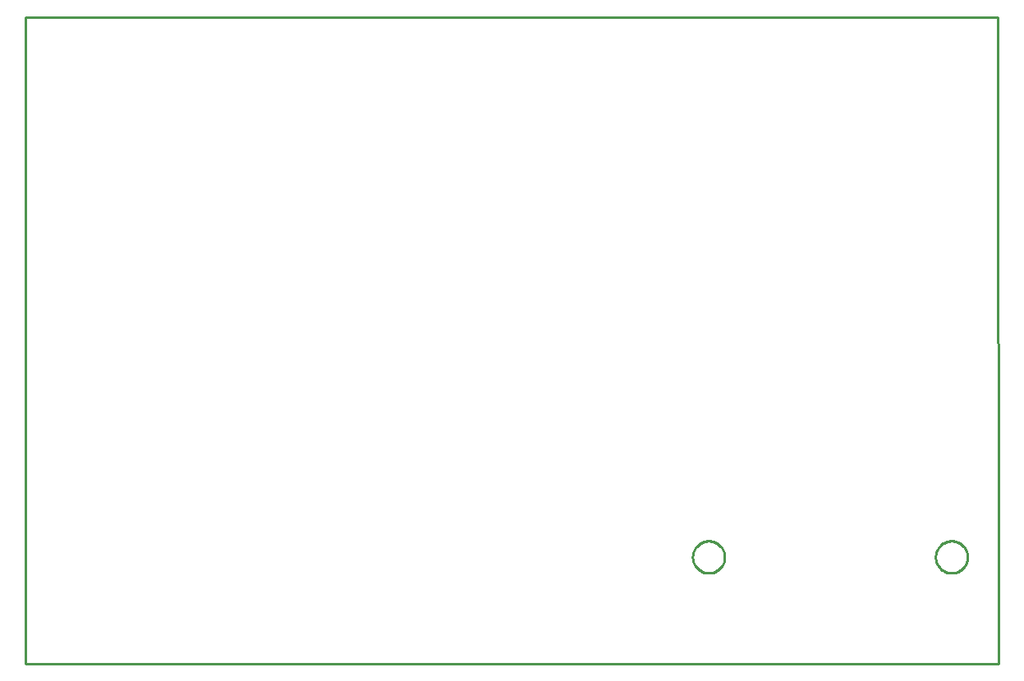
<source format=gbr>
G04 EAGLE Gerber RS-274X export*
G75*
%MOMM*%
%FSLAX34Y34*%
%LPD*%
%IN*%
%IPPOS*%
%AMOC8*
5,1,8,0,0,1.08239X$1,22.5*%
G01*
%ADD10C,0.254000*%


D10*
X561Y60D02*
X1003761Y60D01*
X1002561Y667060D01*
X561Y667060D01*
X561Y60D01*
X938712Y110540D02*
X938783Y111619D01*
X938924Y112691D01*
X939135Y113751D01*
X939414Y114795D01*
X939762Y115819D01*
X940176Y116817D01*
X940654Y117787D01*
X941194Y118723D01*
X941795Y119622D01*
X942453Y120479D01*
X943166Y121292D01*
X943930Y122057D01*
X944743Y122769D01*
X945600Y123427D01*
X946499Y124028D01*
X947435Y124568D01*
X948405Y125046D01*
X949403Y125460D01*
X950427Y125808D01*
X951471Y126087D01*
X952531Y126298D01*
X953603Y126439D01*
X954682Y126510D01*
X955762Y126510D01*
X956841Y126439D01*
X957913Y126298D01*
X958973Y126087D01*
X960017Y125808D01*
X961041Y125460D01*
X962039Y125046D01*
X963009Y124568D01*
X963945Y124028D01*
X964844Y123427D01*
X965701Y122769D01*
X966514Y122057D01*
X967279Y121292D01*
X967991Y120479D01*
X968649Y119622D01*
X969250Y118723D01*
X969790Y117787D01*
X970268Y116817D01*
X970682Y115819D01*
X971030Y114795D01*
X971309Y113751D01*
X971520Y112691D01*
X971661Y111619D01*
X971732Y110540D01*
X971732Y109460D01*
X971661Y108381D01*
X971520Y107309D01*
X971309Y106249D01*
X971030Y105205D01*
X970682Y104181D01*
X970268Y103183D01*
X969790Y102213D01*
X969250Y101277D01*
X968649Y100378D01*
X967991Y99521D01*
X967279Y98708D01*
X966514Y97944D01*
X965701Y97231D01*
X964844Y96573D01*
X963945Y95972D01*
X963009Y95432D01*
X962039Y94954D01*
X961041Y94540D01*
X960017Y94192D01*
X958973Y93913D01*
X957913Y93702D01*
X956841Y93561D01*
X955762Y93490D01*
X954682Y93490D01*
X953603Y93561D01*
X952531Y93702D01*
X951471Y93913D01*
X950427Y94192D01*
X949403Y94540D01*
X948405Y94954D01*
X947435Y95432D01*
X946499Y95972D01*
X945600Y96573D01*
X944743Y97231D01*
X943930Y97944D01*
X943166Y98708D01*
X942453Y99521D01*
X941795Y100378D01*
X941194Y101277D01*
X940654Y102213D01*
X940176Y103183D01*
X939762Y104181D01*
X939414Y105205D01*
X939135Y106249D01*
X938924Y107309D01*
X938783Y108381D01*
X938712Y109460D01*
X938712Y110540D01*
X688268Y110540D02*
X688339Y111619D01*
X688480Y112691D01*
X688691Y113751D01*
X688970Y114795D01*
X689318Y115819D01*
X689732Y116817D01*
X690210Y117787D01*
X690750Y118723D01*
X691351Y119622D01*
X692009Y120479D01*
X692722Y121292D01*
X693486Y122057D01*
X694299Y122769D01*
X695156Y123427D01*
X696055Y124028D01*
X696991Y124568D01*
X697961Y125046D01*
X698959Y125460D01*
X699983Y125808D01*
X701027Y126087D01*
X702087Y126298D01*
X703159Y126439D01*
X704238Y126510D01*
X705318Y126510D01*
X706397Y126439D01*
X707469Y126298D01*
X708529Y126087D01*
X709573Y125808D01*
X710597Y125460D01*
X711595Y125046D01*
X712565Y124568D01*
X713501Y124028D01*
X714400Y123427D01*
X715257Y122769D01*
X716070Y122057D01*
X716835Y121292D01*
X717547Y120479D01*
X718205Y119622D01*
X718806Y118723D01*
X719346Y117787D01*
X719824Y116817D01*
X720238Y115819D01*
X720586Y114795D01*
X720865Y113751D01*
X721076Y112691D01*
X721217Y111619D01*
X721288Y110540D01*
X721288Y109460D01*
X721217Y108381D01*
X721076Y107309D01*
X720865Y106249D01*
X720586Y105205D01*
X720238Y104181D01*
X719824Y103183D01*
X719346Y102213D01*
X718806Y101277D01*
X718205Y100378D01*
X717547Y99521D01*
X716835Y98708D01*
X716070Y97944D01*
X715257Y97231D01*
X714400Y96573D01*
X713501Y95972D01*
X712565Y95432D01*
X711595Y94954D01*
X710597Y94540D01*
X709573Y94192D01*
X708529Y93913D01*
X707469Y93702D01*
X706397Y93561D01*
X705318Y93490D01*
X704238Y93490D01*
X703159Y93561D01*
X702087Y93702D01*
X701027Y93913D01*
X699983Y94192D01*
X698959Y94540D01*
X697961Y94954D01*
X696991Y95432D01*
X696055Y95972D01*
X695156Y96573D01*
X694299Y97231D01*
X693486Y97944D01*
X692722Y98708D01*
X692009Y99521D01*
X691351Y100378D01*
X690750Y101277D01*
X690210Y102213D01*
X689732Y103183D01*
X689318Y104181D01*
X688970Y105205D01*
X688691Y106249D01*
X688480Y107309D01*
X688339Y108381D01*
X688268Y109460D01*
X688268Y110540D01*
M02*

</source>
